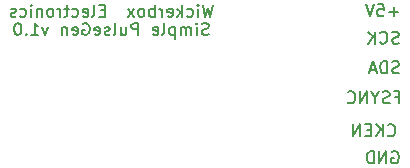
<source format=gbo>
G04 #@! TF.FileFunction,Legend,Bot*
%FSLAX46Y46*%
G04 Gerber Fmt 4.6, Leading zero omitted, Abs format (unit mm)*
G04 Created by KiCad (PCBNEW 4.0.1-3.201512221402+6198~38~ubuntu14.04.1-stable) date Mon 01 Feb 2016 11:31:49 PM PST*
%MOMM*%
G01*
G04 APERTURE LIST*
%ADD10C,0.100000*%
%ADD11C,0.127000*%
G04 APERTURE END LIST*
D10*
D11*
X198715085Y-98480638D02*
X198569942Y-98529019D01*
X198328038Y-98529019D01*
X198231276Y-98480638D01*
X198182895Y-98432257D01*
X198134514Y-98335495D01*
X198134514Y-98238733D01*
X198182895Y-98141971D01*
X198231276Y-98093590D01*
X198328038Y-98045210D01*
X198521561Y-97996829D01*
X198618323Y-97948448D01*
X198666704Y-97900067D01*
X198715085Y-97803305D01*
X198715085Y-97706543D01*
X198666704Y-97609781D01*
X198618323Y-97561400D01*
X198521561Y-97513019D01*
X198279657Y-97513019D01*
X198134514Y-97561400D01*
X197118514Y-98432257D02*
X197166895Y-98480638D01*
X197312038Y-98529019D01*
X197408800Y-98529019D01*
X197553942Y-98480638D01*
X197650704Y-98383876D01*
X197699085Y-98287114D01*
X197747466Y-98093590D01*
X197747466Y-97948448D01*
X197699085Y-97754924D01*
X197650704Y-97658162D01*
X197553942Y-97561400D01*
X197408800Y-97513019D01*
X197312038Y-97513019D01*
X197166895Y-97561400D01*
X197118514Y-97609781D01*
X196683085Y-98529019D02*
X196683085Y-97513019D01*
X196102514Y-98529019D02*
X196537942Y-97948448D01*
X196102514Y-97513019D02*
X196683085Y-98093590D01*
X198718714Y-100995238D02*
X198573571Y-101043619D01*
X198331667Y-101043619D01*
X198234905Y-100995238D01*
X198186524Y-100946857D01*
X198138143Y-100850095D01*
X198138143Y-100753333D01*
X198186524Y-100656571D01*
X198234905Y-100608190D01*
X198331667Y-100559810D01*
X198525190Y-100511429D01*
X198621952Y-100463048D01*
X198670333Y-100414667D01*
X198718714Y-100317905D01*
X198718714Y-100221143D01*
X198670333Y-100124381D01*
X198621952Y-100076000D01*
X198525190Y-100027619D01*
X198283286Y-100027619D01*
X198138143Y-100076000D01*
X197702714Y-101043619D02*
X197702714Y-100027619D01*
X197460809Y-100027619D01*
X197315667Y-100076000D01*
X197218905Y-100172762D01*
X197170524Y-100269524D01*
X197122143Y-100463048D01*
X197122143Y-100608190D01*
X197170524Y-100801714D01*
X197218905Y-100898476D01*
X197315667Y-100995238D01*
X197460809Y-101043619D01*
X197702714Y-101043619D01*
X196735095Y-100753333D02*
X196251286Y-100753333D01*
X196831857Y-101043619D02*
X196493190Y-100027619D01*
X196154524Y-101043619D01*
X198132095Y-107696000D02*
X198228857Y-107647619D01*
X198374000Y-107647619D01*
X198519142Y-107696000D01*
X198615904Y-107792762D01*
X198664285Y-107889524D01*
X198712666Y-108083048D01*
X198712666Y-108228190D01*
X198664285Y-108421714D01*
X198615904Y-108518476D01*
X198519142Y-108615238D01*
X198374000Y-108663619D01*
X198277238Y-108663619D01*
X198132095Y-108615238D01*
X198083714Y-108566857D01*
X198083714Y-108228190D01*
X198277238Y-108228190D01*
X197648285Y-108663619D02*
X197648285Y-107647619D01*
X197067714Y-108663619D01*
X197067714Y-107647619D01*
X196583904Y-108663619D02*
X196583904Y-107647619D01*
X196341999Y-107647619D01*
X196196857Y-107696000D01*
X196100095Y-107792762D01*
X196051714Y-107889524D01*
X196003333Y-108083048D01*
X196003333Y-108228190D01*
X196051714Y-108421714D01*
X196100095Y-108518476D01*
X196196857Y-108615238D01*
X196341999Y-108663619D01*
X196583904Y-108663619D01*
X197781333Y-106280857D02*
X197829714Y-106329238D01*
X197974857Y-106377619D01*
X198071619Y-106377619D01*
X198216761Y-106329238D01*
X198313523Y-106232476D01*
X198361904Y-106135714D01*
X198410285Y-105942190D01*
X198410285Y-105797048D01*
X198361904Y-105603524D01*
X198313523Y-105506762D01*
X198216761Y-105410000D01*
X198071619Y-105361619D01*
X197974857Y-105361619D01*
X197829714Y-105410000D01*
X197781333Y-105458381D01*
X197345904Y-106377619D02*
X197345904Y-105361619D01*
X196765333Y-106377619D02*
X197200761Y-105797048D01*
X196765333Y-105361619D02*
X197345904Y-105942190D01*
X196329904Y-105845429D02*
X195991238Y-105845429D01*
X195846095Y-106377619D02*
X196329904Y-106377619D01*
X196329904Y-105361619D01*
X195846095Y-105361619D01*
X195410666Y-106377619D02*
X195410666Y-105361619D01*
X194830095Y-106377619D01*
X194830095Y-105361619D01*
X198410286Y-103051429D02*
X198748952Y-103051429D01*
X198748952Y-103583619D02*
X198748952Y-102567619D01*
X198265143Y-102567619D01*
X197926476Y-103535238D02*
X197781333Y-103583619D01*
X197539429Y-103583619D01*
X197442667Y-103535238D01*
X197394286Y-103486857D01*
X197345905Y-103390095D01*
X197345905Y-103293333D01*
X197394286Y-103196571D01*
X197442667Y-103148190D01*
X197539429Y-103099810D01*
X197732952Y-103051429D01*
X197829714Y-103003048D01*
X197878095Y-102954667D01*
X197926476Y-102857905D01*
X197926476Y-102761143D01*
X197878095Y-102664381D01*
X197829714Y-102616000D01*
X197732952Y-102567619D01*
X197491048Y-102567619D01*
X197345905Y-102616000D01*
X196716952Y-103099810D02*
X196716952Y-103583619D01*
X197055619Y-102567619D02*
X196716952Y-103099810D01*
X196378286Y-102567619D01*
X196039619Y-103583619D02*
X196039619Y-102567619D01*
X195459048Y-103583619D01*
X195459048Y-102567619D01*
X194394667Y-103486857D02*
X194443048Y-103535238D01*
X194588191Y-103583619D01*
X194684953Y-103583619D01*
X194830095Y-103535238D01*
X194926857Y-103438476D01*
X194975238Y-103341714D01*
X195023619Y-103148190D01*
X195023619Y-103003048D01*
X194975238Y-102809524D01*
X194926857Y-102712762D01*
X194830095Y-102616000D01*
X194684953Y-102567619D01*
X194588191Y-102567619D01*
X194443048Y-102616000D01*
X194394667Y-102664381D01*
X198664285Y-95830571D02*
X197890190Y-95830571D01*
X198277238Y-96217619D02*
X198277238Y-95443524D01*
X196922571Y-95201619D02*
X197406380Y-95201619D01*
X197454761Y-95685429D01*
X197406380Y-95637048D01*
X197309618Y-95588667D01*
X197067714Y-95588667D01*
X196970952Y-95637048D01*
X196922571Y-95685429D01*
X196874190Y-95782190D01*
X196874190Y-96024095D01*
X196922571Y-96120857D01*
X196970952Y-96169238D01*
X197067714Y-96217619D01*
X197309618Y-96217619D01*
X197406380Y-96169238D01*
X197454761Y-96120857D01*
X196583904Y-95201619D02*
X196245237Y-96217619D01*
X195906571Y-95201619D01*
X182958617Y-95239719D02*
X182716712Y-96255719D01*
X182523189Y-95530005D01*
X182329665Y-96255719D01*
X182087760Y-95239719D01*
X181700712Y-96255719D02*
X181700712Y-95578386D01*
X181700712Y-95239719D02*
X181749093Y-95288100D01*
X181700712Y-95336481D01*
X181652331Y-95288100D01*
X181700712Y-95239719D01*
X181700712Y-95336481D01*
X180781474Y-96207338D02*
X180878236Y-96255719D01*
X181071759Y-96255719D01*
X181168521Y-96207338D01*
X181216902Y-96158957D01*
X181265283Y-96062195D01*
X181265283Y-95771910D01*
X181216902Y-95675148D01*
X181168521Y-95626767D01*
X181071759Y-95578386D01*
X180878236Y-95578386D01*
X180781474Y-95626767D01*
X180346045Y-96255719D02*
X180346045Y-95239719D01*
X180249283Y-95868671D02*
X179958998Y-96255719D01*
X179958998Y-95578386D02*
X180346045Y-95965433D01*
X179136522Y-96207338D02*
X179233284Y-96255719D01*
X179426807Y-96255719D01*
X179523569Y-96207338D01*
X179571950Y-96110576D01*
X179571950Y-95723529D01*
X179523569Y-95626767D01*
X179426807Y-95578386D01*
X179233284Y-95578386D01*
X179136522Y-95626767D01*
X179088141Y-95723529D01*
X179088141Y-95820290D01*
X179571950Y-95917052D01*
X178652712Y-96255719D02*
X178652712Y-95578386D01*
X178652712Y-95771910D02*
X178604331Y-95675148D01*
X178555950Y-95626767D01*
X178459188Y-95578386D01*
X178362427Y-95578386D01*
X178023760Y-96255719D02*
X178023760Y-95239719D01*
X178023760Y-95626767D02*
X177926998Y-95578386D01*
X177733475Y-95578386D01*
X177636713Y-95626767D01*
X177588332Y-95675148D01*
X177539951Y-95771910D01*
X177539951Y-96062195D01*
X177588332Y-96158957D01*
X177636713Y-96207338D01*
X177733475Y-96255719D01*
X177926998Y-96255719D01*
X178023760Y-96207338D01*
X176959379Y-96255719D02*
X177056141Y-96207338D01*
X177104522Y-96158957D01*
X177152903Y-96062195D01*
X177152903Y-95771910D01*
X177104522Y-95675148D01*
X177056141Y-95626767D01*
X176959379Y-95578386D01*
X176814237Y-95578386D01*
X176717475Y-95626767D01*
X176669094Y-95675148D01*
X176620713Y-95771910D01*
X176620713Y-96062195D01*
X176669094Y-96158957D01*
X176717475Y-96207338D01*
X176814237Y-96255719D01*
X176959379Y-96255719D01*
X176282046Y-96255719D02*
X175749856Y-95578386D01*
X176282046Y-95578386D02*
X175749856Y-96255719D01*
X173814618Y-95723529D02*
X173475952Y-95723529D01*
X173330809Y-96255719D02*
X173814618Y-96255719D01*
X173814618Y-95239719D01*
X173330809Y-95239719D01*
X172750237Y-96255719D02*
X172846999Y-96207338D01*
X172895380Y-96110576D01*
X172895380Y-95239719D01*
X171976143Y-96207338D02*
X172072905Y-96255719D01*
X172266428Y-96255719D01*
X172363190Y-96207338D01*
X172411571Y-96110576D01*
X172411571Y-95723529D01*
X172363190Y-95626767D01*
X172266428Y-95578386D01*
X172072905Y-95578386D01*
X171976143Y-95626767D01*
X171927762Y-95723529D01*
X171927762Y-95820290D01*
X172411571Y-95917052D01*
X171056905Y-96207338D02*
X171153667Y-96255719D01*
X171347190Y-96255719D01*
X171443952Y-96207338D01*
X171492333Y-96158957D01*
X171540714Y-96062195D01*
X171540714Y-95771910D01*
X171492333Y-95675148D01*
X171443952Y-95626767D01*
X171347190Y-95578386D01*
X171153667Y-95578386D01*
X171056905Y-95626767D01*
X170766619Y-95578386D02*
X170379571Y-95578386D01*
X170621476Y-95239719D02*
X170621476Y-96110576D01*
X170573095Y-96207338D01*
X170476333Y-96255719D01*
X170379571Y-96255719D01*
X170040905Y-96255719D02*
X170040905Y-95578386D01*
X170040905Y-95771910D02*
X169992524Y-95675148D01*
X169944143Y-95626767D01*
X169847381Y-95578386D01*
X169750620Y-95578386D01*
X169266810Y-96255719D02*
X169363572Y-96207338D01*
X169411953Y-96158957D01*
X169460334Y-96062195D01*
X169460334Y-95771910D01*
X169411953Y-95675148D01*
X169363572Y-95626767D01*
X169266810Y-95578386D01*
X169121668Y-95578386D01*
X169024906Y-95626767D01*
X168976525Y-95675148D01*
X168928144Y-95771910D01*
X168928144Y-96062195D01*
X168976525Y-96158957D01*
X169024906Y-96207338D01*
X169121668Y-96255719D01*
X169266810Y-96255719D01*
X168492715Y-95578386D02*
X168492715Y-96255719D01*
X168492715Y-95675148D02*
X168444334Y-95626767D01*
X168347572Y-95578386D01*
X168202430Y-95578386D01*
X168105668Y-95626767D01*
X168057287Y-95723529D01*
X168057287Y-96255719D01*
X167573477Y-96255719D02*
X167573477Y-95578386D01*
X167573477Y-95239719D02*
X167621858Y-95288100D01*
X167573477Y-95336481D01*
X167525096Y-95288100D01*
X167573477Y-95239719D01*
X167573477Y-95336481D01*
X166654239Y-96207338D02*
X166751001Y-96255719D01*
X166944524Y-96255719D01*
X167041286Y-96207338D01*
X167089667Y-96158957D01*
X167138048Y-96062195D01*
X167138048Y-95771910D01*
X167089667Y-95675148D01*
X167041286Y-95626767D01*
X166944524Y-95578386D01*
X166751001Y-95578386D01*
X166654239Y-95626767D01*
X166267191Y-96207338D02*
X166170429Y-96255719D01*
X165976905Y-96255719D01*
X165880144Y-96207338D01*
X165831763Y-96110576D01*
X165831763Y-96062195D01*
X165880144Y-95965433D01*
X165976905Y-95917052D01*
X166122048Y-95917052D01*
X166218810Y-95868671D01*
X166267191Y-95771910D01*
X166267191Y-95723529D01*
X166218810Y-95626767D01*
X166122048Y-95578386D01*
X165976905Y-95578386D01*
X165880144Y-95626767D01*
X182595761Y-97756738D02*
X182450618Y-97805119D01*
X182208714Y-97805119D01*
X182111952Y-97756738D01*
X182063571Y-97708357D01*
X182015190Y-97611595D01*
X182015190Y-97514833D01*
X182063571Y-97418071D01*
X182111952Y-97369690D01*
X182208714Y-97321310D01*
X182402237Y-97272929D01*
X182498999Y-97224548D01*
X182547380Y-97176167D01*
X182595761Y-97079405D01*
X182595761Y-96982643D01*
X182547380Y-96885881D01*
X182498999Y-96837500D01*
X182402237Y-96789119D01*
X182160333Y-96789119D01*
X182015190Y-96837500D01*
X181579761Y-97805119D02*
X181579761Y-97127786D01*
X181579761Y-96789119D02*
X181628142Y-96837500D01*
X181579761Y-96885881D01*
X181531380Y-96837500D01*
X181579761Y-96789119D01*
X181579761Y-96885881D01*
X181095951Y-97805119D02*
X181095951Y-97127786D01*
X181095951Y-97224548D02*
X181047570Y-97176167D01*
X180950808Y-97127786D01*
X180805666Y-97127786D01*
X180708904Y-97176167D01*
X180660523Y-97272929D01*
X180660523Y-97805119D01*
X180660523Y-97272929D02*
X180612142Y-97176167D01*
X180515380Y-97127786D01*
X180370237Y-97127786D01*
X180273475Y-97176167D01*
X180225094Y-97272929D01*
X180225094Y-97805119D01*
X179741284Y-97127786D02*
X179741284Y-98143786D01*
X179741284Y-97176167D02*
X179644522Y-97127786D01*
X179450999Y-97127786D01*
X179354237Y-97176167D01*
X179305856Y-97224548D01*
X179257475Y-97321310D01*
X179257475Y-97611595D01*
X179305856Y-97708357D01*
X179354237Y-97756738D01*
X179450999Y-97805119D01*
X179644522Y-97805119D01*
X179741284Y-97756738D01*
X178676903Y-97805119D02*
X178773665Y-97756738D01*
X178822046Y-97659976D01*
X178822046Y-96789119D01*
X177902809Y-97756738D02*
X177999571Y-97805119D01*
X178193094Y-97805119D01*
X178289856Y-97756738D01*
X178338237Y-97659976D01*
X178338237Y-97272929D01*
X178289856Y-97176167D01*
X178193094Y-97127786D01*
X177999571Y-97127786D01*
X177902809Y-97176167D01*
X177854428Y-97272929D01*
X177854428Y-97369690D01*
X178338237Y-97466452D01*
X176644904Y-97805119D02*
X176644904Y-96789119D01*
X176257857Y-96789119D01*
X176161095Y-96837500D01*
X176112714Y-96885881D01*
X176064333Y-96982643D01*
X176064333Y-97127786D01*
X176112714Y-97224548D01*
X176161095Y-97272929D01*
X176257857Y-97321310D01*
X176644904Y-97321310D01*
X175193476Y-97127786D02*
X175193476Y-97805119D01*
X175628904Y-97127786D02*
X175628904Y-97659976D01*
X175580523Y-97756738D01*
X175483761Y-97805119D01*
X175338619Y-97805119D01*
X175241857Y-97756738D01*
X175193476Y-97708357D01*
X174564523Y-97805119D02*
X174661285Y-97756738D01*
X174709666Y-97659976D01*
X174709666Y-96789119D01*
X174225857Y-97756738D02*
X174129095Y-97805119D01*
X173935571Y-97805119D01*
X173838810Y-97756738D01*
X173790429Y-97659976D01*
X173790429Y-97611595D01*
X173838810Y-97514833D01*
X173935571Y-97466452D01*
X174080714Y-97466452D01*
X174177476Y-97418071D01*
X174225857Y-97321310D01*
X174225857Y-97272929D01*
X174177476Y-97176167D01*
X174080714Y-97127786D01*
X173935571Y-97127786D01*
X173838810Y-97176167D01*
X172967953Y-97756738D02*
X173064715Y-97805119D01*
X173258238Y-97805119D01*
X173355000Y-97756738D01*
X173403381Y-97659976D01*
X173403381Y-97272929D01*
X173355000Y-97176167D01*
X173258238Y-97127786D01*
X173064715Y-97127786D01*
X172967953Y-97176167D01*
X172919572Y-97272929D01*
X172919572Y-97369690D01*
X173403381Y-97466452D01*
X171951953Y-96837500D02*
X172048715Y-96789119D01*
X172193858Y-96789119D01*
X172339000Y-96837500D01*
X172435762Y-96934262D01*
X172484143Y-97031024D01*
X172532524Y-97224548D01*
X172532524Y-97369690D01*
X172484143Y-97563214D01*
X172435762Y-97659976D01*
X172339000Y-97756738D01*
X172193858Y-97805119D01*
X172097096Y-97805119D01*
X171951953Y-97756738D01*
X171903572Y-97708357D01*
X171903572Y-97369690D01*
X172097096Y-97369690D01*
X171081096Y-97756738D02*
X171177858Y-97805119D01*
X171371381Y-97805119D01*
X171468143Y-97756738D01*
X171516524Y-97659976D01*
X171516524Y-97272929D01*
X171468143Y-97176167D01*
X171371381Y-97127786D01*
X171177858Y-97127786D01*
X171081096Y-97176167D01*
X171032715Y-97272929D01*
X171032715Y-97369690D01*
X171516524Y-97466452D01*
X170597286Y-97127786D02*
X170597286Y-97805119D01*
X170597286Y-97224548D02*
X170548905Y-97176167D01*
X170452143Y-97127786D01*
X170307001Y-97127786D01*
X170210239Y-97176167D01*
X170161858Y-97272929D01*
X170161858Y-97805119D01*
X169000715Y-97127786D02*
X168758810Y-97805119D01*
X168516906Y-97127786D01*
X167597668Y-97805119D02*
X168178239Y-97805119D01*
X167887953Y-97805119D02*
X167887953Y-96789119D01*
X167984715Y-96934262D01*
X168081477Y-97031024D01*
X168178239Y-97079405D01*
X167162239Y-97708357D02*
X167113858Y-97756738D01*
X167162239Y-97805119D01*
X167210620Y-97756738D01*
X167162239Y-97708357D01*
X167162239Y-97805119D01*
X166484905Y-96789119D02*
X166388144Y-96789119D01*
X166291382Y-96837500D01*
X166243001Y-96885881D01*
X166194620Y-96982643D01*
X166146239Y-97176167D01*
X166146239Y-97418071D01*
X166194620Y-97611595D01*
X166243001Y-97708357D01*
X166291382Y-97756738D01*
X166388144Y-97805119D01*
X166484905Y-97805119D01*
X166581667Y-97756738D01*
X166630048Y-97708357D01*
X166678429Y-97611595D01*
X166726810Y-97418071D01*
X166726810Y-97176167D01*
X166678429Y-96982643D01*
X166630048Y-96885881D01*
X166581667Y-96837500D01*
X166484905Y-96789119D01*
M02*

</source>
